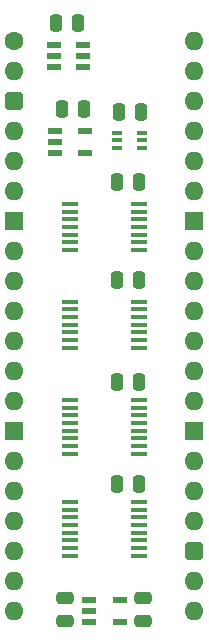
<source format=gts>
%TF.GenerationSoftware,KiCad,Pcbnew,8.0.7*%
%TF.CreationDate,2025-01-07T19:58:23+02:00*%
%TF.ProjectId,Video Data Select,56696465-6f20-4446-9174-612053656c65,V0*%
%TF.SameCoordinates,Original*%
%TF.FileFunction,Soldermask,Top*%
%TF.FilePolarity,Negative*%
%FSLAX46Y46*%
G04 Gerber Fmt 4.6, Leading zero omitted, Abs format (unit mm)*
G04 Created by KiCad (PCBNEW 8.0.7) date 2025-01-07 19:58:23*
%MOMM*%
%LPD*%
G01*
G04 APERTURE LIST*
G04 Aperture macros list*
%AMRoundRect*
0 Rectangle with rounded corners*
0 $1 Rounding radius*
0 $2 $3 $4 $5 $6 $7 $8 $9 X,Y pos of 4 corners*
0 Add a 4 corners polygon primitive as box body*
4,1,4,$2,$3,$4,$5,$6,$7,$8,$9,$2,$3,0*
0 Add four circle primitives for the rounded corners*
1,1,$1+$1,$2,$3*
1,1,$1+$1,$4,$5*
1,1,$1+$1,$6,$7*
1,1,$1+$1,$8,$9*
0 Add four rect primitives between the rounded corners*
20,1,$1+$1,$2,$3,$4,$5,0*
20,1,$1+$1,$4,$5,$6,$7,0*
20,1,$1+$1,$6,$7,$8,$9,0*
20,1,$1+$1,$8,$9,$2,$3,0*%
G04 Aperture macros list end*
%ADD10RoundRect,0.250000X0.475000X-0.250000X0.475000X0.250000X-0.475000X0.250000X-0.475000X-0.250000X0*%
%ADD11RoundRect,0.250000X0.250000X0.475000X-0.250000X0.475000X-0.250000X-0.475000X0.250000X-0.475000X0*%
%ADD12C,1.600000*%
%ADD13O,1.600000X1.600000*%
%ADD14RoundRect,0.400000X-0.400000X-0.400000X0.400000X-0.400000X0.400000X0.400000X-0.400000X0.400000X0*%
%ADD15R,1.600000X1.600000*%
%ADD16R,1.475000X0.450000*%
%ADD17R,0.875000X0.450000*%
%ADD18R,1.250000X0.600000*%
%ADD19R,1.200000X0.600000*%
%ADD20R,1.150000X0.600000*%
G04 APERTURE END LIST*
D10*
%TO.C,C9*%
X10922000Y-49067000D03*
X10922000Y-47167000D03*
%TD*%
D11*
%TO.C,C5*%
X10586000Y-11938000D03*
X8686000Y-11938000D03*
%TD*%
%TO.C,C3*%
X10586000Y-37465000D03*
X8686000Y-37465000D03*
%TD*%
D12*
%TO.C,J1*%
X0Y0D03*
D13*
X0Y-2540000D03*
D14*
X0Y-5080000D03*
D13*
X0Y-7620000D03*
X0Y-10160000D03*
X0Y-12700000D03*
D15*
X0Y-15240000D03*
D13*
X0Y-17780000D03*
X0Y-20320000D03*
X0Y-22860000D03*
X0Y-25400000D03*
X0Y-27940000D03*
X0Y-30480000D03*
D15*
X0Y-33020000D03*
D13*
X0Y-35560000D03*
X0Y-38100000D03*
X0Y-40640000D03*
X0Y-43180000D03*
X0Y-45720000D03*
X0Y-48260000D03*
X15240000Y-48260000D03*
X15240000Y-45720000D03*
D14*
X15240000Y-43180000D03*
D13*
X15240000Y-40640000D03*
X15240000Y-38100000D03*
X15240000Y-35560000D03*
D15*
X15240000Y-33020000D03*
D13*
X15240000Y-30480000D03*
X15240000Y-27940000D03*
X15240000Y-25400000D03*
X15240000Y-22860000D03*
X15240000Y-20320000D03*
X15240000Y-17780000D03*
D15*
X15240000Y-15240000D03*
D13*
X15240000Y-12700000D03*
X15240000Y-10160000D03*
X15240000Y-7620000D03*
X15240000Y-5080000D03*
X15240000Y-2540000D03*
X15240000Y0D03*
%TD*%
D16*
%TO.C,IC8*%
X4682000Y-22053000D03*
X4682000Y-22703000D03*
X4682000Y-23353000D03*
X4682000Y-24003000D03*
X4682000Y-24653000D03*
X4682000Y-25303000D03*
X4682000Y-25953000D03*
X10558000Y-25953000D03*
X10558000Y-25303000D03*
X10558000Y-24653000D03*
X10558000Y-24003000D03*
X10558000Y-23353000D03*
X10558000Y-22703000D03*
X10558000Y-22053000D03*
%TD*%
D17*
%TO.C,IC4*%
X8717000Y-7732000D03*
X8717000Y-8382000D03*
X8717000Y-9032000D03*
X10841000Y-9032000D03*
X10841000Y-8382000D03*
X10841000Y-7732000D03*
%TD*%
D11*
%TO.C,C7*%
X10586000Y-20193000D03*
X8686000Y-20193000D03*
%TD*%
D18*
%TO.C,IC9*%
X3449000Y-7559000D03*
X3449000Y-8509000D03*
X3449000Y-9459000D03*
X5949000Y-9459000D03*
X5949000Y-7559000D03*
%TD*%
D11*
%TO.C,C6*%
X10586000Y-28829000D03*
X8686000Y-28829000D03*
%TD*%
D16*
%TO.C,IC2*%
X4682000Y-13783000D03*
X4682000Y-14433000D03*
X4682000Y-15083000D03*
X4682000Y-15733000D03*
X4682000Y-16383000D03*
X4682000Y-17033000D03*
X4682000Y-17683000D03*
X10558000Y-17683000D03*
X10558000Y-17033000D03*
X10558000Y-16383000D03*
X10558000Y-15733000D03*
X10558000Y-15083000D03*
X10558000Y-14433000D03*
X10558000Y-13783000D03*
%TD*%
D11*
%TO.C,C4*%
X5379000Y1524000D03*
X3479000Y1524000D03*
%TD*%
D19*
%TO.C,IC1*%
X3322000Y-320000D03*
X3322000Y-1270000D03*
X3322000Y-2220000D03*
X5822000Y-2220000D03*
X5822000Y-1270000D03*
X5822000Y-320000D03*
%TD*%
D10*
%TO.C,C8*%
X4318000Y-49067000D03*
X4318000Y-47167000D03*
%TD*%
D11*
%TO.C,C2*%
X5887000Y-5715000D03*
X3987000Y-5715000D03*
%TD*%
D20*
%TO.C,IC7*%
X6320000Y-47310000D03*
X6320000Y-48260000D03*
X6320000Y-49210000D03*
X8920000Y-49210000D03*
X8920000Y-47310000D03*
%TD*%
D16*
%TO.C,IC3*%
X4682000Y-39000000D03*
X4682000Y-39650000D03*
X4682000Y-40300000D03*
X4682000Y-40950000D03*
X4682000Y-41600000D03*
X4682000Y-42250000D03*
X4682000Y-42900000D03*
X4682000Y-43550000D03*
X10558000Y-43550000D03*
X10558000Y-42900000D03*
X10558000Y-42250000D03*
X10558000Y-41600000D03*
X10558000Y-40950000D03*
X10558000Y-40300000D03*
X10558000Y-39650000D03*
X10558000Y-39000000D03*
%TD*%
%TO.C,IC5*%
X4682000Y-30364000D03*
X4682000Y-31014000D03*
X4682000Y-31664000D03*
X4682000Y-32314000D03*
X4682000Y-32964000D03*
X4682000Y-33614000D03*
X4682000Y-34264000D03*
X4682000Y-34914000D03*
X10558000Y-34914000D03*
X10558000Y-34264000D03*
X10558000Y-33614000D03*
X10558000Y-32964000D03*
X10558000Y-32314000D03*
X10558000Y-31664000D03*
X10558000Y-31014000D03*
X10558000Y-30364000D03*
%TD*%
D11*
%TO.C,C1*%
X10713000Y-5969000D03*
X8813000Y-5969000D03*
%TD*%
M02*

</source>
